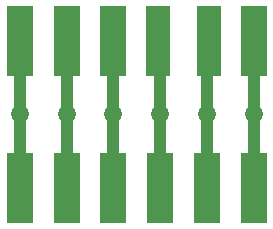
<source format=gtl>
G04 #@! TF.FileFunction,Copper,L1,Top,Signal*
%FSLAX46Y46*%
G04 Gerber Fmt 4.6, Leading zero omitted, Abs format (unit mm)*
G04 Created by KiCad (PCBNEW 4.0.5) date 12/24/17 15:15:51*
%MOMM*%
%LPD*%
G01*
G04 APERTURE LIST*
%ADD10C,0.100000*%
%ADD11R,2.250000X6.000000*%
%ADD12R,2.050000X6.000000*%
%ADD13C,1.500000*%
%ADD14C,1.000000*%
%ADD15C,0.600000*%
%ADD16C,0.400000*%
G04 APERTURE END LIST*
D10*
D11*
X133633000Y-91146000D03*
X129670600Y-91146000D03*
X125708200Y-91146000D03*
X121745800Y-91146000D03*
X117783400Y-91146000D03*
X113821000Y-91146000D03*
X133633000Y-78654000D03*
D12*
X129870600Y-78654000D03*
X125508200Y-78654000D03*
D11*
X121745800Y-78654000D03*
X117783400Y-78654000D03*
X113821000Y-78654000D03*
D13*
X129670600Y-84836000D03*
X133633000Y-84836000D03*
X125708200Y-84836000D03*
X121745800Y-84836000D03*
X117783400Y-84836000D03*
X113821000Y-84836000D03*
D14*
X129670600Y-84836000D02*
X129670600Y-78654000D01*
X129670600Y-91146000D02*
X129670600Y-84836000D01*
D15*
X129600000Y-78724600D02*
X129670600Y-78654000D01*
D14*
X133633000Y-84836000D02*
X133633000Y-91146000D01*
X133633000Y-78654000D02*
X133633000Y-84836000D01*
X125708200Y-84836000D02*
X125708200Y-91146000D01*
X125708200Y-78654000D02*
X125708200Y-84836000D01*
X121745800Y-84836000D02*
X121745800Y-78654000D01*
X121745800Y-91146000D02*
X121745800Y-84836000D01*
D16*
X121700000Y-78699800D02*
X121745800Y-78654000D01*
D14*
X117783400Y-84836000D02*
X117783400Y-91146000D01*
X117783400Y-78654000D02*
X117783400Y-84836000D01*
X113821000Y-84836000D02*
X113821000Y-78654000D01*
X113821000Y-91146000D02*
X113821000Y-84836000D01*
D16*
X113800000Y-78675000D02*
X113821000Y-78654000D01*
M02*

</source>
